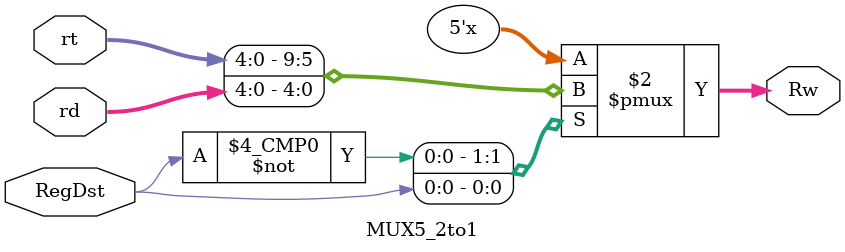
<source format=v>
`timescale 1ns / 1ps


module MUX5_2to1(
input [4:0] rt,
input [4:0] rd,
input RegDst,
output reg [4:0] Rw
    );
    always@(*)
    begin
        case(RegDst)
        1'b0:Rw=rt;
        1'b1:Rw=rd;
        endcase
    end
endmodule

</source>
